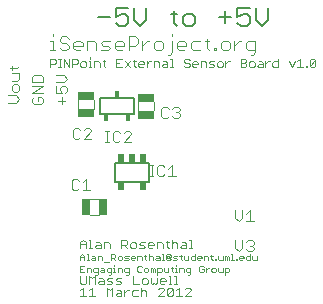
<source format=gto>
G75*
G70*
%OFA0B0*%
%FSLAX24Y24*%
%IPPOS*%
%LPD*%
%AMOC8*
5,1,8,0,0,1.08239X$1,22.5*
%
%ADD10C,0.0030*%
%ADD11C,0.0040*%
%ADD12C,0.0020*%
%ADD13C,0.0050*%
%ADD14C,0.0060*%
%ADD15R,0.0197X0.0256*%
%ADD16R,0.0180X0.0230*%
%ADD17R,0.0295X0.0571*%
%ADD18R,0.0571X0.0295*%
D10*
X003069Y001327D02*
X003262Y001327D01*
X003165Y001327D02*
X003165Y001618D01*
X003069Y001521D01*
X003117Y001727D02*
X003214Y001727D01*
X003262Y001776D01*
X003262Y002018D01*
X003363Y002018D02*
X003460Y001921D01*
X003557Y002018D01*
X003557Y001727D01*
X003658Y001776D02*
X003706Y001824D01*
X003851Y001824D01*
X003851Y001873D02*
X003851Y001727D01*
X003706Y001727D01*
X003658Y001776D01*
X003706Y001921D02*
X003803Y001921D01*
X003851Y001873D01*
X003952Y001873D02*
X004001Y001921D01*
X004146Y001921D01*
X004098Y001824D02*
X004001Y001824D01*
X003952Y001873D01*
X003952Y001727D02*
X004098Y001727D01*
X004146Y001776D01*
X004098Y001824D01*
X004247Y001873D02*
X004295Y001921D01*
X004441Y001921D01*
X004392Y001824D02*
X004441Y001776D01*
X004392Y001727D01*
X004247Y001727D01*
X004295Y001824D02*
X004247Y001873D01*
X004295Y001824D02*
X004392Y001824D01*
X004146Y001618D02*
X004146Y001327D01*
X004247Y001376D02*
X004295Y001424D01*
X004441Y001424D01*
X004441Y001473D02*
X004392Y001521D01*
X004295Y001521D01*
X004247Y001376D02*
X004295Y001327D01*
X004441Y001327D01*
X004441Y001473D01*
X004542Y001521D02*
X004542Y001327D01*
X004542Y001424D02*
X004639Y001521D01*
X004687Y001521D01*
X004787Y001473D02*
X004787Y001376D01*
X004836Y001327D01*
X004981Y001327D01*
X005082Y001327D02*
X005082Y001618D01*
X005130Y001521D02*
X005227Y001521D01*
X005275Y001473D01*
X005275Y001327D01*
X005082Y001473D02*
X005130Y001521D01*
X004981Y001521D02*
X004836Y001521D01*
X004787Y001473D01*
X004836Y001727D02*
X005030Y001727D01*
X005131Y001776D02*
X005179Y001727D01*
X005276Y001727D01*
X005325Y001776D01*
X005325Y001873D01*
X005276Y001921D01*
X005179Y001921D01*
X005131Y001873D01*
X005131Y001776D01*
X004836Y001727D02*
X004836Y002018D01*
X005426Y001921D02*
X005426Y001776D01*
X005474Y001727D01*
X005522Y001776D01*
X005571Y001727D01*
X005619Y001776D01*
X005619Y001921D01*
X005720Y001873D02*
X005720Y001776D01*
X005769Y001727D01*
X005865Y001727D01*
X005914Y001824D02*
X005720Y001824D01*
X005720Y001873D02*
X005769Y001921D01*
X005865Y001921D01*
X005914Y001873D01*
X005914Y001824D01*
X006015Y001727D02*
X006112Y001727D01*
X006063Y001727D02*
X006063Y002018D01*
X006015Y002018D01*
X006211Y002018D02*
X006260Y002018D01*
X006260Y001727D01*
X006308Y001727D02*
X006211Y001727D01*
X006111Y001618D02*
X006159Y001569D01*
X005966Y001376D01*
X006014Y001327D01*
X006111Y001327D01*
X006159Y001376D01*
X006159Y001569D01*
X006111Y001618D02*
X006014Y001618D01*
X005966Y001569D01*
X005966Y001376D01*
X005865Y001327D02*
X005671Y001327D01*
X005865Y001521D01*
X005865Y001569D01*
X005816Y001618D01*
X005720Y001618D01*
X005671Y001569D01*
X006261Y001521D02*
X006357Y001618D01*
X006357Y001327D01*
X006261Y001327D02*
X006454Y001327D01*
X006555Y001327D02*
X006749Y001521D01*
X006749Y001569D01*
X006700Y001618D01*
X006604Y001618D01*
X006555Y001569D01*
X006555Y001327D02*
X006749Y001327D01*
X008355Y002827D02*
X008479Y002951D01*
X008479Y003198D01*
X008600Y003136D02*
X008662Y003198D01*
X008785Y003198D01*
X008847Y003136D01*
X008847Y003074D01*
X008785Y003013D01*
X008847Y002951D01*
X008847Y002889D01*
X008785Y002827D01*
X008662Y002827D01*
X008600Y002889D01*
X008724Y003013D02*
X008785Y003013D01*
X008355Y002827D02*
X008232Y002951D01*
X008232Y003198D01*
X008355Y003827D02*
X008479Y003951D01*
X008479Y004198D01*
X008600Y004074D02*
X008724Y004198D01*
X008724Y003827D01*
X008847Y003827D02*
X008600Y003827D01*
X008355Y003827D02*
X008232Y003951D01*
X008232Y004198D01*
X006751Y003218D02*
X006751Y002927D01*
X006799Y002927D02*
X006702Y002927D01*
X006601Y002927D02*
X006601Y003073D01*
X006553Y003121D01*
X006456Y003121D01*
X006456Y003024D02*
X006601Y003024D01*
X006601Y002927D02*
X006456Y002927D01*
X006408Y002976D01*
X006456Y003024D01*
X006307Y003073D02*
X006307Y002927D01*
X006307Y003073D02*
X006258Y003121D01*
X006162Y003121D01*
X006113Y003073D01*
X006014Y003121D02*
X005917Y003121D01*
X005965Y003169D02*
X005965Y002976D01*
X006014Y002927D01*
X006113Y002927D02*
X006113Y003218D01*
X005816Y003073D02*
X005816Y002927D01*
X005816Y003073D02*
X005767Y003121D01*
X005622Y003121D01*
X005622Y002927D01*
X005521Y003024D02*
X005327Y003024D01*
X005327Y002976D02*
X005327Y003073D01*
X005376Y003121D01*
X005473Y003121D01*
X005521Y003073D01*
X005521Y003024D01*
X005473Y002927D02*
X005376Y002927D01*
X005327Y002976D01*
X005226Y002976D02*
X005178Y003024D01*
X005081Y003024D01*
X005033Y003073D01*
X005081Y003121D01*
X005226Y003121D01*
X005226Y002976D02*
X005178Y002927D01*
X005033Y002927D01*
X004932Y002976D02*
X004932Y003073D01*
X004883Y003121D01*
X004787Y003121D01*
X004738Y003073D01*
X004738Y002976D01*
X004787Y002927D01*
X004883Y002927D01*
X004932Y002976D01*
X004637Y002927D02*
X004540Y003024D01*
X004589Y003024D02*
X004444Y003024D01*
X004444Y002927D02*
X004444Y003218D01*
X004589Y003218D01*
X004637Y003169D01*
X004637Y003073D01*
X004589Y003024D01*
X004048Y003073D02*
X004048Y002927D01*
X004048Y003073D02*
X003999Y003121D01*
X003854Y003121D01*
X003854Y002927D01*
X003753Y002927D02*
X003753Y003073D01*
X003705Y003121D01*
X003608Y003121D01*
X003608Y003024D02*
X003753Y003024D01*
X003753Y002927D02*
X003608Y002927D01*
X003560Y002976D01*
X003608Y003024D01*
X003460Y002927D02*
X003363Y002927D01*
X003412Y002927D02*
X003412Y003218D01*
X003363Y003218D01*
X003262Y003121D02*
X003262Y002927D01*
X003262Y003073D02*
X003069Y003073D01*
X003069Y003121D02*
X003165Y003218D01*
X003262Y003121D01*
X003069Y003121D02*
X003069Y002927D01*
X003069Y002018D02*
X003069Y001776D01*
X003117Y001727D01*
X003363Y001727D02*
X003363Y002018D01*
X003460Y001618D02*
X003460Y001327D01*
X003363Y001327D02*
X003557Y001327D01*
X003363Y001521D02*
X003460Y001618D01*
X003952Y001618D02*
X003952Y001327D01*
X004049Y001521D02*
X004146Y001618D01*
X004049Y001521D02*
X003952Y001618D01*
X006702Y003218D02*
X006751Y003218D01*
X006247Y005327D02*
X006000Y005327D01*
X006124Y005327D02*
X006124Y005698D01*
X006000Y005574D01*
X005879Y005636D02*
X005817Y005698D01*
X005694Y005698D01*
X005632Y005636D01*
X005632Y005389D01*
X005694Y005327D01*
X005817Y005327D01*
X005879Y005389D01*
X005510Y005327D02*
X005386Y005327D01*
X005448Y005327D02*
X005448Y005698D01*
X005386Y005698D02*
X005510Y005698D01*
X004769Y006477D02*
X004522Y006477D01*
X004769Y006724D01*
X004769Y006786D01*
X004707Y006848D01*
X004583Y006848D01*
X004522Y006786D01*
X004400Y006786D02*
X004339Y006848D01*
X004215Y006848D01*
X004153Y006786D01*
X004153Y006539D01*
X004215Y006477D01*
X004339Y006477D01*
X004400Y006539D01*
X004031Y006477D02*
X003908Y006477D01*
X003970Y006477D02*
X003970Y006848D01*
X004031Y006848D02*
X003908Y006848D01*
X003434Y006824D02*
X003434Y006886D01*
X003372Y006948D01*
X003249Y006948D01*
X003187Y006886D01*
X003065Y006886D02*
X003004Y006948D01*
X002880Y006948D01*
X002819Y006886D01*
X002819Y006639D01*
X002880Y006577D01*
X003004Y006577D01*
X003065Y006639D01*
X003187Y006577D02*
X003434Y006824D01*
X003434Y006577D02*
X003187Y006577D01*
X002453Y007727D02*
X002453Y007974D01*
X002453Y008096D02*
X002392Y008219D01*
X002392Y008281D01*
X002453Y008343D01*
X002577Y008343D01*
X002639Y008281D01*
X002639Y008157D01*
X002577Y008096D01*
X002453Y008096D02*
X002268Y008096D01*
X002268Y008343D01*
X002268Y008464D02*
X002515Y008464D01*
X002639Y008587D01*
X002515Y008711D01*
X002268Y008711D01*
X001839Y008649D02*
X001839Y008464D01*
X001468Y008464D01*
X001468Y008649D01*
X001530Y008711D01*
X001777Y008711D01*
X001839Y008649D01*
X001839Y008343D02*
X001468Y008343D01*
X001468Y008096D02*
X001839Y008343D01*
X001839Y008096D02*
X001468Y008096D01*
X001530Y007974D02*
X001468Y007913D01*
X001468Y007789D01*
X001530Y007727D01*
X001777Y007727D01*
X001839Y007789D01*
X001839Y007913D01*
X001777Y007974D01*
X001653Y007974D01*
X001653Y007851D01*
X001039Y007901D02*
X000915Y008024D01*
X000668Y008024D01*
X000792Y008207D02*
X000853Y008146D01*
X000977Y008146D01*
X001039Y008207D01*
X001039Y008331D01*
X000977Y008393D01*
X000853Y008393D01*
X000792Y008331D01*
X000792Y008207D01*
X001039Y007901D02*
X000915Y007777D01*
X000668Y007777D01*
X000792Y008514D02*
X000977Y008514D01*
X001039Y008576D01*
X001039Y008761D01*
X000792Y008761D01*
X000792Y008882D02*
X000792Y009006D01*
X000730Y008944D02*
X000977Y008944D01*
X001039Y009006D01*
X002330Y007851D02*
X002577Y007851D01*
X002844Y005248D02*
X002782Y005186D01*
X002782Y004939D01*
X002844Y004877D01*
X002967Y004877D01*
X003029Y004939D01*
X003150Y004877D02*
X003397Y004877D01*
X003274Y004877D02*
X003274Y005248D01*
X003150Y005124D01*
X003029Y005186D02*
X002967Y005248D01*
X002844Y005248D01*
X005769Y007339D02*
X005830Y007277D01*
X005954Y007277D01*
X006015Y007339D01*
X006137Y007339D02*
X006199Y007277D01*
X006322Y007277D01*
X006384Y007339D01*
X006384Y007401D01*
X006322Y007463D01*
X006260Y007463D01*
X006322Y007463D02*
X006384Y007524D01*
X006384Y007586D01*
X006322Y007648D01*
X006199Y007648D01*
X006137Y007586D01*
X006015Y007586D02*
X005954Y007648D01*
X005830Y007648D01*
X005769Y007586D01*
X005769Y007339D01*
D11*
X005513Y007522D02*
X005513Y007812D01*
X004994Y007812D02*
X004994Y007512D01*
X003513Y007572D02*
X003513Y007862D01*
X002994Y007862D02*
X002994Y007562D01*
X002917Y009532D02*
X002841Y009609D01*
X002841Y009763D01*
X002917Y009839D01*
X003071Y009839D01*
X003148Y009763D01*
X003148Y009686D01*
X002841Y009686D01*
X002687Y009686D02*
X002687Y009609D01*
X002611Y009532D01*
X002457Y009532D01*
X002380Y009609D01*
X002227Y009532D02*
X002074Y009532D01*
X002150Y009532D02*
X002150Y009839D01*
X002074Y009839D01*
X002150Y009993D02*
X002150Y010070D01*
X002380Y009916D02*
X002380Y009839D01*
X002457Y009763D01*
X002611Y009763D01*
X002687Y009686D01*
X002687Y009916D02*
X002611Y009993D01*
X002457Y009993D01*
X002380Y009916D01*
X002917Y009532D02*
X003071Y009532D01*
X003301Y009532D02*
X003301Y009839D01*
X003531Y009839D01*
X003608Y009763D01*
X003608Y009532D01*
X003761Y009532D02*
X003992Y009532D01*
X004068Y009609D01*
X003992Y009686D01*
X003838Y009686D01*
X003761Y009763D01*
X003838Y009839D01*
X004068Y009839D01*
X004222Y009763D02*
X004299Y009839D01*
X004452Y009839D01*
X004529Y009763D01*
X004529Y009686D01*
X004222Y009686D01*
X004222Y009609D02*
X004222Y009763D01*
X004222Y009609D02*
X004299Y009532D01*
X004452Y009532D01*
X004682Y009532D02*
X004682Y009993D01*
X004912Y009993D01*
X004989Y009916D01*
X004989Y009763D01*
X004912Y009686D01*
X004682Y009686D01*
X005143Y009686D02*
X005296Y009839D01*
X005373Y009839D01*
X005143Y009839D02*
X005143Y009532D01*
X005526Y009609D02*
X005603Y009532D01*
X005756Y009532D01*
X005833Y009609D01*
X005833Y009763D01*
X005756Y009839D01*
X005603Y009839D01*
X005526Y009763D01*
X005526Y009609D01*
X005987Y009379D02*
X006063Y009379D01*
X006140Y009456D01*
X006140Y009839D01*
X006140Y009993D02*
X006140Y010070D01*
X006370Y009839D02*
X006524Y009839D01*
X006600Y009763D01*
X006600Y009686D01*
X006293Y009686D01*
X006293Y009763D02*
X006370Y009839D01*
X006293Y009763D02*
X006293Y009609D01*
X006370Y009532D01*
X006524Y009532D01*
X006754Y009609D02*
X006754Y009763D01*
X006830Y009839D01*
X007061Y009839D01*
X007214Y009839D02*
X007368Y009839D01*
X007291Y009916D02*
X007291Y009609D01*
X007368Y009532D01*
X007521Y009532D02*
X007521Y009609D01*
X007598Y009609D01*
X007598Y009532D01*
X007521Y009532D01*
X007751Y009609D02*
X007751Y009763D01*
X007828Y009839D01*
X007981Y009839D01*
X008058Y009763D01*
X008058Y009609D01*
X007981Y009532D01*
X007828Y009532D01*
X007751Y009609D01*
X008212Y009532D02*
X008212Y009839D01*
X008212Y009686D02*
X008365Y009839D01*
X008442Y009839D01*
X008595Y009763D02*
X008595Y009609D01*
X008672Y009532D01*
X008902Y009532D01*
X008902Y009456D02*
X008902Y009839D01*
X008672Y009839D01*
X008595Y009763D01*
X008902Y009456D02*
X008825Y009379D01*
X008749Y009379D01*
X007061Y009532D02*
X006830Y009532D01*
X006754Y009609D01*
X003694Y004572D02*
X003404Y004572D01*
X003404Y004053D02*
X003704Y004053D01*
D12*
X003321Y002743D02*
X003285Y002743D01*
X003321Y002743D02*
X003321Y002522D01*
X003285Y002522D02*
X003358Y002522D01*
X003432Y002559D02*
X003469Y002596D01*
X003579Y002596D01*
X003579Y002633D02*
X003579Y002522D01*
X003469Y002522D01*
X003432Y002559D01*
X003469Y002669D02*
X003542Y002669D01*
X003579Y002633D01*
X003653Y002669D02*
X003653Y002522D01*
X003800Y002522D02*
X003800Y002633D01*
X003763Y002669D01*
X003653Y002669D01*
X003874Y002486D02*
X004021Y002486D01*
X004095Y002522D02*
X004095Y002743D01*
X004205Y002743D01*
X004242Y002706D01*
X004242Y002633D01*
X004205Y002596D01*
X004095Y002596D01*
X004168Y002596D02*
X004242Y002522D01*
X004316Y002559D02*
X004352Y002522D01*
X004426Y002522D01*
X004463Y002559D01*
X004463Y002633D01*
X004426Y002669D01*
X004352Y002669D01*
X004316Y002633D01*
X004316Y002559D01*
X004205Y002379D02*
X004205Y002343D01*
X004205Y002269D02*
X004205Y002122D01*
X004168Y002122D02*
X004242Y002122D01*
X004316Y002122D02*
X004316Y002269D01*
X004426Y002269D01*
X004463Y002233D01*
X004463Y002122D01*
X004537Y002159D02*
X004537Y002233D01*
X004573Y002269D01*
X004684Y002269D01*
X004684Y002086D01*
X004647Y002049D01*
X004610Y002049D01*
X004573Y002122D02*
X004684Y002122D01*
X004573Y002122D02*
X004537Y002159D01*
X004205Y002269D02*
X004168Y002269D01*
X004094Y002269D02*
X004094Y002086D01*
X004058Y002049D01*
X004021Y002049D01*
X003984Y002122D02*
X004094Y002122D01*
X003984Y002122D02*
X003947Y002159D01*
X003947Y002233D01*
X003984Y002269D01*
X004094Y002269D01*
X003873Y002233D02*
X003873Y002122D01*
X003763Y002122D01*
X003726Y002159D01*
X003763Y002196D01*
X003873Y002196D01*
X003873Y002233D02*
X003837Y002269D01*
X003763Y002269D01*
X003652Y002269D02*
X003652Y002086D01*
X003616Y002049D01*
X003579Y002049D01*
X003542Y002122D02*
X003652Y002122D01*
X003542Y002122D02*
X003506Y002159D01*
X003506Y002233D01*
X003542Y002269D01*
X003652Y002269D01*
X003431Y002233D02*
X003431Y002122D01*
X003431Y002233D02*
X003395Y002269D01*
X003285Y002269D01*
X003285Y002122D01*
X003210Y002122D02*
X003064Y002122D01*
X003064Y002343D01*
X003210Y002343D01*
X003137Y002233D02*
X003064Y002233D01*
X003064Y002522D02*
X003064Y002669D01*
X003137Y002743D01*
X003210Y002669D01*
X003210Y002522D01*
X003210Y002633D02*
X003064Y002633D01*
X004537Y002633D02*
X004573Y002669D01*
X004684Y002669D01*
X004647Y002596D02*
X004573Y002596D01*
X004537Y002633D01*
X004537Y002522D02*
X004647Y002522D01*
X004684Y002559D01*
X004647Y002596D01*
X004758Y002596D02*
X004905Y002596D01*
X004905Y002633D01*
X004868Y002669D01*
X004794Y002669D01*
X004758Y002633D01*
X004758Y002559D01*
X004794Y002522D01*
X004868Y002522D01*
X004979Y002522D02*
X004979Y002669D01*
X005089Y002669D01*
X005126Y002633D01*
X005126Y002522D01*
X005236Y002559D02*
X005273Y002522D01*
X005236Y002559D02*
X005236Y002706D01*
X005200Y002669D02*
X005273Y002669D01*
X005347Y002633D02*
X005384Y002669D01*
X005457Y002669D01*
X005494Y002633D01*
X005494Y002522D01*
X005568Y002559D02*
X005605Y002596D01*
X005715Y002596D01*
X005715Y002633D02*
X005715Y002522D01*
X005605Y002522D01*
X005568Y002559D01*
X005605Y002669D02*
X005678Y002669D01*
X005715Y002633D01*
X005789Y002743D02*
X005826Y002743D01*
X005826Y002522D01*
X005862Y002522D02*
X005789Y002522D01*
X005936Y002559D02*
X005936Y002706D01*
X005973Y002743D01*
X006046Y002743D01*
X006083Y002706D01*
X006083Y002633D01*
X006046Y002596D01*
X006046Y002669D01*
X005973Y002669D01*
X005973Y002596D01*
X006046Y002596D01*
X006083Y002559D02*
X006046Y002522D01*
X005973Y002522D01*
X005936Y002559D01*
X006157Y002522D02*
X006267Y002522D01*
X006304Y002559D01*
X006267Y002596D01*
X006194Y002596D01*
X006157Y002633D01*
X006194Y002669D01*
X006304Y002669D01*
X006378Y002669D02*
X006452Y002669D01*
X006415Y002706D02*
X006415Y002559D01*
X006452Y002522D01*
X006526Y002559D02*
X006562Y002522D01*
X006672Y002522D01*
X006672Y002669D01*
X006747Y002633D02*
X006783Y002669D01*
X006893Y002669D01*
X006893Y002743D02*
X006893Y002522D01*
X006783Y002522D01*
X006747Y002559D01*
X006747Y002633D01*
X006968Y002633D02*
X007004Y002669D01*
X007078Y002669D01*
X007114Y002633D01*
X007114Y002596D01*
X006968Y002596D01*
X006968Y002559D02*
X006968Y002633D01*
X006968Y002559D02*
X007004Y002522D01*
X007078Y002522D01*
X007189Y002522D02*
X007189Y002669D01*
X007299Y002669D01*
X007335Y002633D01*
X007335Y002522D01*
X007446Y002559D02*
X007483Y002522D01*
X007446Y002559D02*
X007446Y002706D01*
X007410Y002669D02*
X007483Y002669D01*
X007557Y002559D02*
X007594Y002559D01*
X007594Y002522D01*
X007557Y002522D01*
X007557Y002559D01*
X007667Y002559D02*
X007704Y002522D01*
X007814Y002522D01*
X007814Y002669D01*
X007888Y002669D02*
X007925Y002669D01*
X007962Y002633D01*
X007998Y002669D01*
X008035Y002633D01*
X008035Y002522D01*
X007962Y002522D02*
X007962Y002633D01*
X007888Y002669D02*
X007888Y002522D01*
X008109Y002522D02*
X008183Y002522D01*
X008146Y002522D02*
X008146Y002743D01*
X008109Y002743D01*
X008257Y002559D02*
X008293Y002559D01*
X008293Y002522D01*
X008257Y002522D01*
X008257Y002559D01*
X008367Y002559D02*
X008404Y002522D01*
X008477Y002522D01*
X008514Y002596D02*
X008367Y002596D01*
X008367Y002633D02*
X008404Y002669D01*
X008477Y002669D01*
X008514Y002633D01*
X008514Y002596D01*
X008588Y002633D02*
X008625Y002669D01*
X008735Y002669D01*
X008735Y002743D02*
X008735Y002522D01*
X008625Y002522D01*
X008588Y002559D01*
X008588Y002633D01*
X008367Y002633D02*
X008367Y002559D01*
X008035Y002233D02*
X008035Y002159D01*
X007998Y002122D01*
X007888Y002122D01*
X007888Y002049D02*
X007888Y002269D01*
X007998Y002269D01*
X008035Y002233D01*
X007814Y002269D02*
X007814Y002122D01*
X007704Y002122D01*
X007667Y002159D01*
X007667Y002269D01*
X007593Y002233D02*
X007556Y002269D01*
X007483Y002269D01*
X007446Y002233D01*
X007446Y002159D01*
X007483Y002122D01*
X007556Y002122D01*
X007593Y002159D01*
X007593Y002233D01*
X007372Y002269D02*
X007336Y002269D01*
X007262Y002196D01*
X007262Y002269D02*
X007262Y002122D01*
X007188Y002159D02*
X007188Y002233D01*
X007115Y002233D01*
X007188Y002306D02*
X007151Y002343D01*
X007078Y002343D01*
X007041Y002306D01*
X007041Y002159D01*
X007078Y002122D01*
X007151Y002122D01*
X007188Y002159D01*
X006746Y002122D02*
X006636Y002122D01*
X006599Y002159D01*
X006599Y002233D01*
X006636Y002269D01*
X006746Y002269D01*
X006746Y002086D01*
X006709Y002049D01*
X006673Y002049D01*
X006525Y002122D02*
X006525Y002233D01*
X006488Y002269D01*
X006378Y002269D01*
X006378Y002122D01*
X006304Y002122D02*
X006231Y002122D01*
X006268Y002122D02*
X006268Y002269D01*
X006231Y002269D01*
X006157Y002269D02*
X006084Y002269D01*
X006120Y002306D02*
X006120Y002159D01*
X006157Y002122D01*
X006009Y002122D02*
X006009Y002269D01*
X006009Y002122D02*
X005899Y002122D01*
X005863Y002159D01*
X005863Y002269D01*
X005788Y002233D02*
X005788Y002159D01*
X005752Y002122D01*
X005642Y002122D01*
X005642Y002049D02*
X005642Y002269D01*
X005752Y002269D01*
X005788Y002233D01*
X005567Y002233D02*
X005567Y002122D01*
X005494Y002122D02*
X005494Y002233D01*
X005531Y002269D01*
X005567Y002233D01*
X005494Y002233D02*
X005457Y002269D01*
X005421Y002269D01*
X005421Y002122D01*
X005346Y002159D02*
X005346Y002233D01*
X005310Y002269D01*
X005236Y002269D01*
X005200Y002233D01*
X005200Y002159D01*
X005236Y002122D01*
X005310Y002122D01*
X005346Y002159D01*
X005126Y002159D02*
X005089Y002122D01*
X005015Y002122D01*
X004979Y002159D01*
X004979Y002306D01*
X005015Y002343D01*
X005089Y002343D01*
X005126Y002306D01*
X005347Y002522D02*
X005347Y002743D01*
X006268Y002379D02*
X006268Y002343D01*
X006526Y002559D02*
X006526Y002669D01*
X007667Y002669D02*
X007667Y002559D01*
X008809Y002559D02*
X008846Y002522D01*
X008956Y002522D01*
X008956Y002669D01*
X008809Y002669D02*
X008809Y002559D01*
X008739Y008972D02*
X008833Y008972D01*
X008880Y009019D01*
X008880Y009113D01*
X008833Y009159D01*
X008739Y009159D01*
X008693Y009113D01*
X008693Y009019D01*
X008739Y008972D01*
X008603Y009019D02*
X008557Y008972D01*
X008416Y008972D01*
X008416Y009253D01*
X008557Y009253D01*
X008603Y009206D01*
X008603Y009159D01*
X008557Y009113D01*
X008416Y009113D01*
X008557Y009113D02*
X008603Y009066D01*
X008603Y009019D01*
X008969Y009019D02*
X009016Y009066D01*
X009156Y009066D01*
X009156Y009113D02*
X009156Y008972D01*
X009016Y008972D01*
X008969Y009019D01*
X009016Y009159D02*
X009109Y009159D01*
X009156Y009113D01*
X009245Y009159D02*
X009245Y008972D01*
X009245Y009066D02*
X009339Y009159D01*
X009385Y009159D01*
X009475Y009113D02*
X009475Y009019D01*
X009522Y008972D01*
X009662Y008972D01*
X009662Y009253D01*
X009662Y009159D02*
X009522Y009159D01*
X009475Y009113D01*
X010028Y009159D02*
X010121Y008972D01*
X010215Y009159D01*
X010304Y009159D02*
X010397Y009253D01*
X010397Y008972D01*
X010304Y008972D02*
X010491Y008972D01*
X010580Y008972D02*
X010627Y008972D01*
X010627Y009019D01*
X010580Y009019D01*
X010580Y008972D01*
X010718Y009019D02*
X010905Y009206D01*
X010905Y009019D01*
X010858Y008972D01*
X010765Y008972D01*
X010718Y009019D01*
X010718Y009206D01*
X010765Y009253D01*
X010858Y009253D01*
X010905Y009206D01*
X008050Y009159D02*
X008004Y009159D01*
X007910Y009066D01*
X007910Y009159D02*
X007910Y008972D01*
X007821Y009019D02*
X007821Y009113D01*
X007774Y009159D01*
X007681Y009159D01*
X007634Y009113D01*
X007634Y009019D01*
X007681Y008972D01*
X007774Y008972D01*
X007821Y009019D01*
X007544Y009019D02*
X007498Y009066D01*
X007404Y009066D01*
X007358Y009113D01*
X007404Y009159D01*
X007544Y009159D01*
X007544Y009019D02*
X007498Y008972D01*
X007358Y008972D01*
X007268Y008972D02*
X007268Y009113D01*
X007222Y009159D01*
X007081Y009159D01*
X007081Y008972D01*
X006992Y009066D02*
X006805Y009066D01*
X006805Y009019D02*
X006805Y009113D01*
X006852Y009159D01*
X006945Y009159D01*
X006992Y009113D01*
X006992Y009066D01*
X006945Y008972D02*
X006852Y008972D01*
X006805Y009019D01*
X006716Y009019D02*
X006669Y008972D01*
X006576Y008972D01*
X006529Y009019D01*
X006576Y009113D02*
X006669Y009113D01*
X006716Y009066D01*
X006716Y009019D01*
X006576Y009113D02*
X006529Y009159D01*
X006529Y009206D01*
X006576Y009253D01*
X006669Y009253D01*
X006716Y009206D01*
X006162Y008972D02*
X006069Y008972D01*
X006115Y008972D02*
X006115Y009253D01*
X006069Y009253D01*
X005933Y009159D02*
X005979Y009113D01*
X005979Y008972D01*
X005839Y008972D01*
X005792Y009019D01*
X005839Y009066D01*
X005979Y009066D01*
X005933Y009159D02*
X005839Y009159D01*
X005703Y009113D02*
X005703Y008972D01*
X005703Y009113D02*
X005656Y009159D01*
X005516Y009159D01*
X005516Y008972D01*
X005426Y009159D02*
X005379Y009159D01*
X005286Y009066D01*
X005197Y009066D02*
X005197Y009113D01*
X005150Y009159D01*
X005057Y009159D01*
X005010Y009113D01*
X005010Y009019D01*
X005057Y008972D01*
X005150Y008972D01*
X005197Y009066D02*
X005010Y009066D01*
X004919Y009159D02*
X004826Y009159D01*
X004872Y009206D02*
X004872Y009019D01*
X004919Y008972D01*
X004736Y008972D02*
X004549Y009159D01*
X004460Y009253D02*
X004273Y009253D01*
X004273Y008972D01*
X004460Y008972D01*
X004549Y008972D02*
X004736Y009159D01*
X004367Y009113D02*
X004273Y009113D01*
X003906Y009159D02*
X003813Y009159D01*
X003860Y009206D02*
X003860Y009019D01*
X003906Y008972D01*
X003724Y008972D02*
X003724Y009113D01*
X003677Y009159D01*
X003537Y009159D01*
X003537Y008972D01*
X003446Y008972D02*
X003353Y008972D01*
X003399Y008972D02*
X003399Y009159D01*
X003353Y009159D01*
X003263Y009113D02*
X003263Y009019D01*
X003216Y008972D01*
X003123Y008972D01*
X003076Y009019D01*
X003076Y009113D01*
X003123Y009159D01*
X003216Y009159D01*
X003263Y009113D01*
X003399Y009253D02*
X003399Y009299D01*
X002987Y009206D02*
X002987Y009113D01*
X002940Y009066D01*
X002800Y009066D01*
X002800Y008972D02*
X002800Y009253D01*
X002940Y009253D01*
X002987Y009206D01*
X002711Y009253D02*
X002711Y008972D01*
X002524Y009253D01*
X002524Y008972D01*
X002433Y008972D02*
X002340Y008972D01*
X002386Y008972D02*
X002386Y009253D01*
X002340Y009253D02*
X002433Y009253D01*
X002250Y009206D02*
X002250Y009113D01*
X002204Y009066D01*
X002064Y009066D01*
X002064Y008972D02*
X002064Y009253D01*
X002204Y009253D01*
X002250Y009206D01*
X005286Y009159D02*
X005286Y008972D01*
D13*
X005072Y010325D02*
X005276Y010528D01*
X005276Y010935D01*
X004869Y010935D02*
X004869Y010528D01*
X005072Y010325D01*
X004668Y010427D02*
X004566Y010325D01*
X004363Y010325D01*
X004261Y010427D01*
X004261Y010630D02*
X004465Y010732D01*
X004566Y010732D01*
X004668Y010630D01*
X004668Y010427D01*
X004261Y010630D02*
X004261Y010935D01*
X004668Y010935D01*
X004060Y010630D02*
X003653Y010630D01*
X006084Y010732D02*
X006288Y010732D01*
X006186Y010834D02*
X006186Y010427D01*
X006288Y010325D01*
X006489Y010427D02*
X006489Y010630D01*
X006591Y010732D01*
X006795Y010732D01*
X006896Y010630D01*
X006896Y010427D01*
X006795Y010325D01*
X006591Y010325D01*
X006489Y010427D01*
X007705Y010630D02*
X008112Y010630D01*
X008312Y010630D02*
X008516Y010732D01*
X008618Y010732D01*
X008719Y010630D01*
X008719Y010427D01*
X008618Y010325D01*
X008414Y010325D01*
X008312Y010427D01*
X008312Y010630D02*
X008312Y010935D01*
X008719Y010935D01*
X008920Y010935D02*
X008920Y010528D01*
X009124Y010325D01*
X009327Y010528D01*
X009327Y010935D01*
X007908Y010834D02*
X007908Y010427D01*
D14*
X004853Y007922D02*
X004853Y007403D01*
X003733Y007403D01*
X003733Y007922D01*
X004853Y007922D01*
X004972Y005781D02*
X005009Y005781D01*
X005326Y005781D02*
X005363Y005781D01*
X005363Y005144D01*
X005326Y005144D01*
X005363Y005144D02*
X004244Y005144D01*
X004281Y005144D01*
X004244Y005144D02*
X004244Y005781D01*
X004281Y005781D01*
X004244Y005781D02*
X005363Y005781D01*
X005009Y005144D02*
X004598Y005144D01*
X004598Y005781D02*
X004635Y005781D01*
D15*
X004430Y005925D03*
X004804Y005925D03*
X005178Y005925D03*
X005178Y005000D03*
X004430Y005000D03*
D16*
X004663Y007267D03*
X003923Y007267D03*
X004293Y008057D03*
D17*
X003836Y004312D03*
X003266Y004312D03*
D18*
X003253Y007430D03*
X003253Y008000D03*
X005253Y007950D03*
X005253Y007380D03*
M02*

</source>
